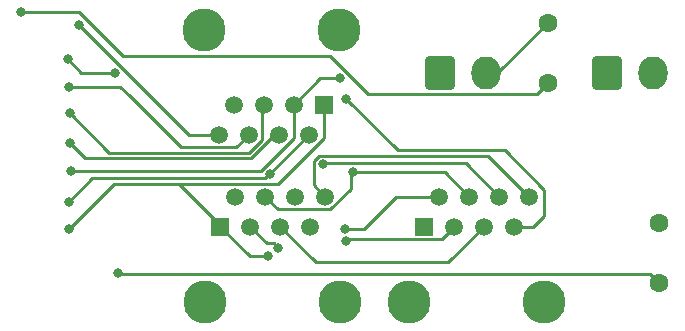
<source format=gbr>
%TF.GenerationSoftware,KiCad,Pcbnew,7.99.0-1900-g89780d353a*%
%TF.CreationDate,2023-07-25T10:26:20+03:00*%
%TF.ProjectId,KSS,4b53532e-6b69-4636-9164-5f7063625858,rev?*%
%TF.SameCoordinates,Original*%
%TF.FileFunction,Copper,L2,Bot*%
%TF.FilePolarity,Positive*%
%FSLAX46Y46*%
G04 Gerber Fmt 4.6, Leading zero omitted, Abs format (unit mm)*
G04 Created by KiCad (PCBNEW 7.99.0-1900-g89780d353a) date 2023-07-25 10:26:20*
%MOMM*%
%LPD*%
G01*
G04 APERTURE LIST*
G04 Aperture macros list*
%AMRoundRect*
0 Rectangle with rounded corners*
0 $1 Rounding radius*
0 $2 $3 $4 $5 $6 $7 $8 $9 X,Y pos of 4 corners*
0 Add a 4 corners polygon primitive as box body*
4,1,4,$2,$3,$4,$5,$6,$7,$8,$9,$2,$3,0*
0 Add four circle primitives for the rounded corners*
1,1,$1+$1,$2,$3*
1,1,$1+$1,$4,$5*
1,1,$1+$1,$6,$7*
1,1,$1+$1,$8,$9*
0 Add four rect primitives between the rounded corners*
20,1,$1+$1,$2,$3,$4,$5,0*
20,1,$1+$1,$4,$5,$6,$7,0*
20,1,$1+$1,$6,$7,$8,$9,0*
20,1,$1+$1,$8,$9,$2,$3,0*%
G04 Aperture macros list end*
%TA.AperFunction,ComponentPad*%
%ADD10C,1.600000*%
%TD*%
%TA.AperFunction,WasherPad*%
%ADD11C,3.650000*%
%TD*%
%TA.AperFunction,ComponentPad*%
%ADD12R,1.500000X1.500000*%
%TD*%
%TA.AperFunction,ComponentPad*%
%ADD13C,1.500000*%
%TD*%
%TA.AperFunction,ComponentPad*%
%ADD14RoundRect,0.250000X-0.980000X-1.150000X0.980000X-1.150000X0.980000X1.150000X-0.980000X1.150000X0*%
%TD*%
%TA.AperFunction,ComponentPad*%
%ADD15O,2.460000X2.800000*%
%TD*%
%TA.AperFunction,ViaPad*%
%ADD16C,0.800000*%
%TD*%
%TA.AperFunction,Conductor*%
%ADD17C,0.250000*%
%TD*%
G04 APERTURE END LIST*
D10*
%TO.P,R2,1*%
%TO.N,Net-(I1-Pad1)*%
X138960000Y-78525000D03*
%TO.P,R2,2*%
%TO.N,Net-(I1-Pad2)*%
X138960000Y-83605000D03*
%TD*%
D11*
%TO.P,J3,*%
%TO.N,*%
X127244500Y-102100000D03*
X138674500Y-102100000D03*
D12*
%TO.P,J3,1*%
%TO.N,Net-(J1-Pad1)*%
X128514500Y-95750000D03*
D13*
%TO.P,J3,2*%
%TO.N,Net-(J1-Pad2)*%
X129784500Y-93210000D03*
%TO.P,J3,3*%
%TO.N,Net-(J1-Pad3)*%
X131054500Y-95750000D03*
%TO.P,J3,4*%
%TO.N,Net-(J1-Pad4)*%
X132324500Y-93210000D03*
%TO.P,J3,5*%
%TO.N,Net-(J1-Pad5)*%
X133594500Y-95750000D03*
%TO.P,J3,6*%
%TO.N,Net-(G2-Pad1)*%
X134864500Y-93210000D03*
%TO.P,J3,7*%
%TO.N,Net-(J1-Pad7)*%
X136134500Y-95750000D03*
%TO.P,J3,8*%
%TO.N,Net-(G1-Pad1)*%
X137404500Y-93210000D03*
%TD*%
D10*
%TO.P,R1,1*%
%TO.N,Net-(I2-Pad1)*%
X148410000Y-95455000D03*
%TO.P,R1,2*%
%TO.N,Net-(I2-Pad2)*%
X148410000Y-100535000D03*
%TD*%
D14*
%TO.P,XA1,1,1*%
%TO.N,Net-(G1-Pad2)*%
X129820600Y-82779400D03*
D15*
%TO.P,XA1,2,2*%
%TO.N,Net-(I1-Pad1)*%
X133780600Y-82779400D03*
%TD*%
D11*
%TO.P,J1,*%
%TO.N,*%
X109972500Y-102100000D03*
X121402500Y-102100000D03*
D12*
%TO.P,J1,1*%
%TO.N,Net-(J1-Pad1)*%
X111242500Y-95750000D03*
D13*
%TO.P,J1,2*%
%TO.N,Net-(J1-Pad2)*%
X112512500Y-93210000D03*
%TO.P,J1,3*%
%TO.N,Net-(J1-Pad3)*%
X113782500Y-95750000D03*
%TO.P,J1,4*%
%TO.N,Net-(J1-Pad4)*%
X115052500Y-93210000D03*
%TO.P,J1,5*%
%TO.N,Net-(J1-Pad5)*%
X116322500Y-95750000D03*
%TO.P,J1,6*%
%TO.N,Net-(G2-Pad1)*%
X117592500Y-93210000D03*
%TO.P,J1,7*%
%TO.N,Net-(J1-Pad7)*%
X118862500Y-95750000D03*
%TO.P,J1,8*%
%TO.N,Net-(G1-Pad1)*%
X120132500Y-93210000D03*
%TD*%
D11*
%TO.P,J2,*%
%TO.N,*%
X121294500Y-79088600D03*
X109864500Y-79088600D03*
D12*
%TO.P,J2,1*%
%TO.N,Net-(J1-Pad1)*%
X120024500Y-85438600D03*
D13*
%TO.P,J2,2*%
%TO.N,Net-(J1-Pad2)*%
X118754500Y-87978600D03*
%TO.P,J2,3*%
%TO.N,Net-(J1-Pad3)*%
X117484500Y-85438600D03*
%TO.P,J2,4*%
%TO.N,Net-(J1-Pad4)*%
X116214500Y-87978600D03*
%TO.P,J2,5*%
%TO.N,Net-(J1-Pad5)*%
X114944500Y-85438600D03*
%TO.P,J2,6*%
%TO.N,Net-(G2-Pad1)*%
X113674500Y-87978600D03*
%TO.P,J2,7*%
%TO.N,Net-(J1-Pad7)*%
X112404500Y-85438600D03*
%TO.P,J2,8*%
%TO.N,Net-(G1-Pad1)*%
X111134500Y-87978600D03*
%TD*%
D14*
%TO.P,XA2,1,1*%
%TO.N,Net-(G1-Pad2)*%
X143967200Y-82754000D03*
D15*
%TO.P,XA2,2,2*%
%TO.N,Net-(I2-Pad1)*%
X147927200Y-82754000D03*
%TD*%
D16*
%TO.N,Net-(J1-Pad1)*%
X98420000Y-95920000D03*
X115258951Y-98251049D03*
%TO.N,Net-(J1-Pad2)*%
X115448990Y-91288990D03*
X98420000Y-93650000D03*
X121830000Y-95920000D03*
%TO.N,Net-(J1-Pad3)*%
X121855000Y-96935000D03*
X121400000Y-83210000D03*
X98600000Y-91010000D03*
X116140000Y-97526549D03*
%TO.N,Net-(J1-Pad4)*%
X122450000Y-91130000D03*
X98530000Y-88680000D03*
%TO.N,Net-(J1-Pad5)*%
X98490000Y-86150000D03*
%TO.N,Net-(G1-Pad1)*%
X99310000Y-78660000D03*
%TO.N,Net-(J1-Pad7)*%
X121920000Y-84970000D03*
X102337701Y-82712299D03*
X98330000Y-81600000D03*
%TO.N,Net-(I2-Pad2)*%
X102580000Y-99720000D03*
%TO.N,Net-(G2-Pad1)*%
X119905000Y-90485000D03*
X98460000Y-83930000D03*
%TO.N,Net-(I1-Pad2)*%
X94380000Y-77610000D03*
%TD*%
D17*
%TO.N,Net-(J1-Pad1)*%
X120024500Y-88228880D02*
X116123380Y-92130000D01*
X111242500Y-95592500D02*
X107780000Y-92130000D01*
X116123380Y-92130000D02*
X107780000Y-92130000D01*
X111242500Y-95750000D02*
X111242500Y-95592500D01*
X115258951Y-98251049D02*
X113743549Y-98251049D01*
X107780000Y-92130000D02*
X102210000Y-92130000D01*
X113743549Y-98251049D02*
X111242500Y-95750000D01*
X120024500Y-85438600D02*
X120024500Y-88228880D01*
X102210000Y-92130000D02*
X98420000Y-95920000D01*
%TO.N,Net-(J1-Pad2)*%
X100390000Y-91680000D02*
X98420000Y-93650000D01*
X118754500Y-87978600D02*
X115053100Y-91680000D01*
X115053100Y-91680000D02*
X103780000Y-91680000D01*
X123410000Y-95920000D02*
X126120000Y-93210000D01*
X126120000Y-93210000D02*
X129784500Y-93210000D01*
X103780000Y-91680000D02*
X100390000Y-91680000D01*
X121830000Y-95920000D02*
X123410000Y-95920000D01*
%TO.N,Net-(J1-Pad3)*%
X115212500Y-97180000D02*
X113782500Y-95750000D01*
X117484500Y-85438600D02*
X119713100Y-83210000D01*
X131054500Y-95750000D02*
X129979500Y-96825000D01*
X129979500Y-96825000D02*
X121965000Y-96825000D01*
X119713100Y-83210000D02*
X121400000Y-83210000D01*
X114703380Y-91010000D02*
X98600000Y-91010000D01*
X121965000Y-96825000D02*
X121855000Y-96935000D01*
X115793451Y-97180000D02*
X115212500Y-97180000D01*
X117484500Y-85438600D02*
X117484500Y-88228880D01*
X116140000Y-97526549D02*
X115793451Y-97180000D01*
X117484500Y-88228880D02*
X114703380Y-91010000D01*
%TO.N,Net-(J1-Pad4)*%
X130244500Y-91130000D02*
X132324500Y-93210000D01*
X113856176Y-89953600D02*
X99803600Y-89953600D01*
X120577780Y-94285000D02*
X116127500Y-94285000D01*
X122450000Y-91130000D02*
X122280000Y-91300000D01*
X116214500Y-87978600D02*
X116214500Y-87595276D01*
X122280000Y-92582780D02*
X120577780Y-94285000D01*
X99803600Y-89953600D02*
X98530000Y-88680000D01*
X122280000Y-91300000D02*
X122280000Y-92582780D01*
X116127500Y-94285000D02*
X115052500Y-93210000D01*
X116214500Y-87595276D02*
X113856176Y-89953600D01*
X122450000Y-91130000D02*
X130244500Y-91130000D01*
%TO.N,Net-(J1-Pad5)*%
X114749500Y-88423880D02*
X113669780Y-89503600D01*
X130553940Y-98790560D02*
X119363060Y-98790560D01*
X114944500Y-85438600D02*
X114749500Y-85633600D01*
X114749500Y-85633600D02*
X114749500Y-88423880D01*
X116300000Y-95750000D02*
X116290000Y-95760000D01*
X101843600Y-89503600D02*
X98490000Y-86150000D01*
X133594500Y-95750000D02*
X130553940Y-98790560D01*
X113669780Y-89503600D02*
X101843600Y-89503600D01*
X119363060Y-98790560D02*
X116322500Y-95750000D01*
%TO.N,Net-(G1-Pad1)*%
X137404500Y-93210000D02*
X133954500Y-89760000D01*
X119180000Y-92257500D02*
X120132500Y-93210000D01*
X133954500Y-89760000D02*
X119604695Y-89760000D01*
X111134500Y-87978600D02*
X108628600Y-87978600D01*
X119604695Y-89760000D02*
X119180000Y-90184695D01*
X108628600Y-87978600D02*
X99310000Y-78660000D01*
X119180000Y-90184695D02*
X119180000Y-92257500D01*
%TO.N,Net-(J1-Pad7)*%
X138640000Y-92630000D02*
X138640000Y-94840000D01*
X135320000Y-89310000D02*
X138640000Y-92630000D01*
X121920000Y-84970000D02*
X126260000Y-89310000D01*
X102337701Y-82712299D02*
X99442299Y-82712299D01*
X137730000Y-95750000D02*
X136134500Y-95750000D01*
X99442299Y-82712299D02*
X98330000Y-81600000D01*
X126260000Y-89310000D02*
X135320000Y-89310000D01*
X138640000Y-94840000D02*
X137730000Y-95750000D01*
%TO.N,Net-(I1-Pad1)*%
X138960000Y-78525000D02*
X134705600Y-82779400D01*
X134705600Y-82779400D02*
X133780600Y-82779400D01*
%TO.N,Net-(I2-Pad2)*%
X147610001Y-99735001D02*
X102595001Y-99735001D01*
X102595001Y-99735001D02*
X102580000Y-99720000D01*
X148410000Y-100535000D02*
X147610001Y-99735001D01*
%TO.N,Net-(G2-Pad1)*%
X113674500Y-87978600D02*
X112599500Y-89053600D01*
X119985000Y-90405000D02*
X119905000Y-90485000D01*
X102790000Y-83930000D02*
X98460000Y-83930000D01*
X134864500Y-93210000D02*
X132059500Y-90405000D01*
X132059500Y-90405000D02*
X119985000Y-90405000D01*
X103570000Y-84710000D02*
X102790000Y-83930000D01*
X112599500Y-89053600D02*
X107913600Y-89053600D01*
X107913600Y-89053600D02*
X103570000Y-84710000D01*
%TO.N,Net-(I1-Pad2)*%
X138060600Y-84504400D02*
X123719705Y-84504400D01*
X120525305Y-81310000D02*
X102985305Y-81310000D01*
X102985305Y-81310000D02*
X99285305Y-77610000D01*
X99285305Y-77610000D02*
X94380000Y-77610000D01*
X123719705Y-84504400D02*
X120525305Y-81310000D01*
X138960000Y-83605000D02*
X138060600Y-84504400D01*
%TD*%
M02*

</source>
